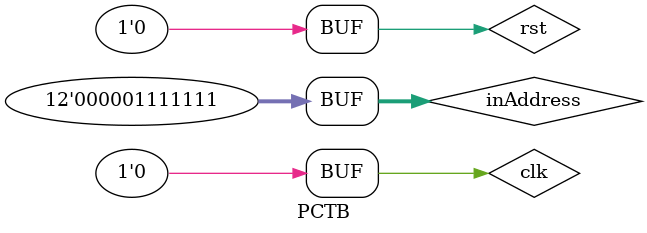
<source format=v>
module PC(
  input clk,
  input rst,
  input pcStall,
  input [11:0]inAddress,
  output reg[11:0] outAddress
);
  always @(posedge clk, posedge rst)begin
    if (rst)
      outAddress <= 12'b0;
    else if(~pcStall)
      outAddress <= inAddress;
  end
endmodule

module PCTB();
  reg clk, rst;
  reg [11:0]inAddress;
  wire [11:0]outAddress;
  
  PC pc(clk, rst, inAddress, outAddress);
  initial begin
	  clk=0;
    repeat (40)
    #200 clk=~clk;
	end
  
  initial begin
    rst = 1; 
    #400;
    rst = 0; 
    inAddress = 12'b000000111111;
    #400;
    inAddress = 12'b000001111111;
    #400;
  end
endmodule
</source>
